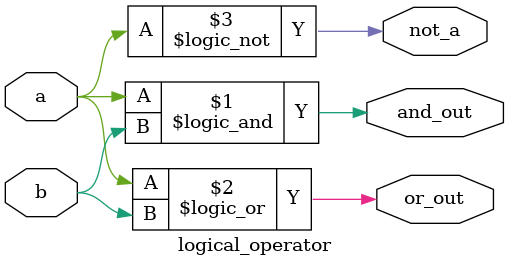
<source format=v>


module logical_operator(
	input a, b,
	output and_out, or_out, not_a
);

	assign and_out = a && b;
	assign or_out = a || b;
	assign not_a = !a;
endmodule

</source>
